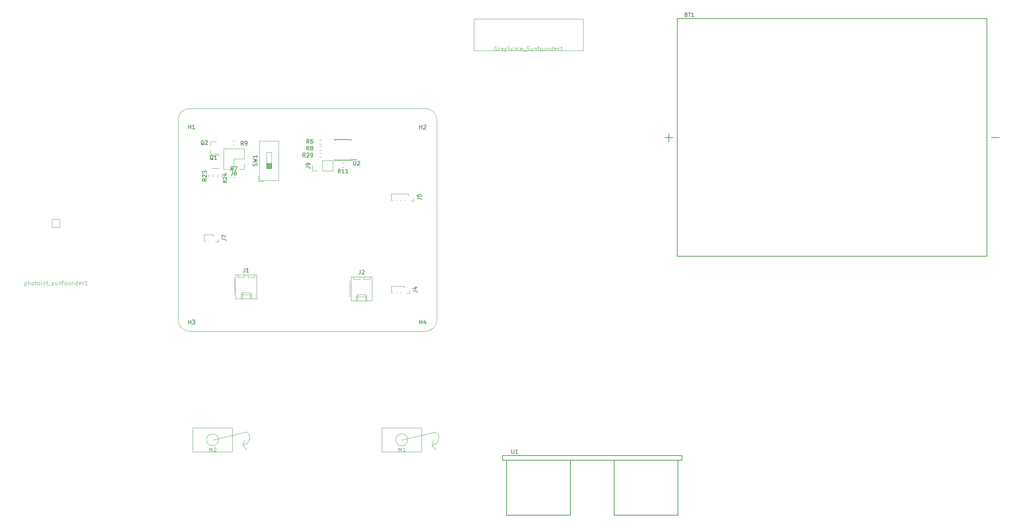
<source format=gbr>
G04 #@! TF.GenerationSoftware,KiCad,Pcbnew,9.0.4-9.0.4-0~ubuntu22.04.1*
G04 #@! TF.CreationDate,2025-09-06T14:27:53-05:00*
G04 #@! TF.ProjectId,Lab1_PCB,4c616231-5f50-4434-922e-6b696361645f,rev?*
G04 #@! TF.SameCoordinates,Original*
G04 #@! TF.FileFunction,Legend,Top*
G04 #@! TF.FilePolarity,Positive*
%FSLAX46Y46*%
G04 Gerber Fmt 4.6, Leading zero omitted, Abs format (unit mm)*
G04 Created by KiCad (PCBNEW 9.0.4-9.0.4-0~ubuntu22.04.1) date 2025-09-06 14:27:53*
%MOMM*%
%LPD*%
G01*
G04 APERTURE LIST*
%ADD10C,0.100000*%
%ADD11C,0.150000*%
%ADD12C,0.130000*%
%ADD13C,0.127000*%
%ADD14C,0.120000*%
G04 #@! TA.AperFunction,Profile*
%ADD15C,0.100000*%
G04 #@! TD*
G04 APERTURE END LIST*
D10*
X19491320Y-101625407D02*
X19491320Y-102625407D01*
X19491320Y-101673026D02*
X19586558Y-101625407D01*
X19586558Y-101625407D02*
X19777034Y-101625407D01*
X19777034Y-101625407D02*
X19872272Y-101673026D01*
X19872272Y-101673026D02*
X19919891Y-101720645D01*
X19919891Y-101720645D02*
X19967510Y-101815883D01*
X19967510Y-101815883D02*
X19967510Y-102101597D01*
X19967510Y-102101597D02*
X19919891Y-102196835D01*
X19919891Y-102196835D02*
X19872272Y-102244455D01*
X19872272Y-102244455D02*
X19777034Y-102292074D01*
X19777034Y-102292074D02*
X19586558Y-102292074D01*
X19586558Y-102292074D02*
X19491320Y-102244455D01*
X20396082Y-102292074D02*
X20396082Y-101292074D01*
X20824653Y-102292074D02*
X20824653Y-101768264D01*
X20824653Y-101768264D02*
X20777034Y-101673026D01*
X20777034Y-101673026D02*
X20681796Y-101625407D01*
X20681796Y-101625407D02*
X20538939Y-101625407D01*
X20538939Y-101625407D02*
X20443701Y-101673026D01*
X20443701Y-101673026D02*
X20396082Y-101720645D01*
X21443701Y-102292074D02*
X21348463Y-102244455D01*
X21348463Y-102244455D02*
X21300844Y-102196835D01*
X21300844Y-102196835D02*
X21253225Y-102101597D01*
X21253225Y-102101597D02*
X21253225Y-101815883D01*
X21253225Y-101815883D02*
X21300844Y-101720645D01*
X21300844Y-101720645D02*
X21348463Y-101673026D01*
X21348463Y-101673026D02*
X21443701Y-101625407D01*
X21443701Y-101625407D02*
X21586558Y-101625407D01*
X21586558Y-101625407D02*
X21681796Y-101673026D01*
X21681796Y-101673026D02*
X21729415Y-101720645D01*
X21729415Y-101720645D02*
X21777034Y-101815883D01*
X21777034Y-101815883D02*
X21777034Y-102101597D01*
X21777034Y-102101597D02*
X21729415Y-102196835D01*
X21729415Y-102196835D02*
X21681796Y-102244455D01*
X21681796Y-102244455D02*
X21586558Y-102292074D01*
X21586558Y-102292074D02*
X21443701Y-102292074D01*
X22062749Y-101625407D02*
X22443701Y-101625407D01*
X22205606Y-101292074D02*
X22205606Y-102149216D01*
X22205606Y-102149216D02*
X22253225Y-102244455D01*
X22253225Y-102244455D02*
X22348463Y-102292074D01*
X22348463Y-102292074D02*
X22443701Y-102292074D01*
X22919892Y-102292074D02*
X22824654Y-102244455D01*
X22824654Y-102244455D02*
X22777035Y-102196835D01*
X22777035Y-102196835D02*
X22729416Y-102101597D01*
X22729416Y-102101597D02*
X22729416Y-101815883D01*
X22729416Y-101815883D02*
X22777035Y-101720645D01*
X22777035Y-101720645D02*
X22824654Y-101673026D01*
X22824654Y-101673026D02*
X22919892Y-101625407D01*
X22919892Y-101625407D02*
X23062749Y-101625407D01*
X23062749Y-101625407D02*
X23157987Y-101673026D01*
X23157987Y-101673026D02*
X23205606Y-101720645D01*
X23205606Y-101720645D02*
X23253225Y-101815883D01*
X23253225Y-101815883D02*
X23253225Y-102101597D01*
X23253225Y-102101597D02*
X23205606Y-102196835D01*
X23205606Y-102196835D02*
X23157987Y-102244455D01*
X23157987Y-102244455D02*
X23062749Y-102292074D01*
X23062749Y-102292074D02*
X22919892Y-102292074D01*
X23681797Y-102292074D02*
X23681797Y-101625407D01*
X23681797Y-101292074D02*
X23634178Y-101339693D01*
X23634178Y-101339693D02*
X23681797Y-101387312D01*
X23681797Y-101387312D02*
X23729416Y-101339693D01*
X23729416Y-101339693D02*
X23681797Y-101292074D01*
X23681797Y-101292074D02*
X23681797Y-101387312D01*
X24157987Y-101625407D02*
X24157987Y-102292074D01*
X24157987Y-101720645D02*
X24205606Y-101673026D01*
X24205606Y-101673026D02*
X24300844Y-101625407D01*
X24300844Y-101625407D02*
X24443701Y-101625407D01*
X24443701Y-101625407D02*
X24538939Y-101673026D01*
X24538939Y-101673026D02*
X24586558Y-101768264D01*
X24586558Y-101768264D02*
X24586558Y-102292074D01*
X24919892Y-101625407D02*
X25300844Y-101625407D01*
X25062749Y-101292074D02*
X25062749Y-102149216D01*
X25062749Y-102149216D02*
X25110368Y-102244455D01*
X25110368Y-102244455D02*
X25205606Y-102292074D01*
X25205606Y-102292074D02*
X25300844Y-102292074D01*
X25396083Y-102387312D02*
X26157987Y-102387312D01*
X26348464Y-102244455D02*
X26443702Y-102292074D01*
X26443702Y-102292074D02*
X26634178Y-102292074D01*
X26634178Y-102292074D02*
X26729416Y-102244455D01*
X26729416Y-102244455D02*
X26777035Y-102149216D01*
X26777035Y-102149216D02*
X26777035Y-102101597D01*
X26777035Y-102101597D02*
X26729416Y-102006359D01*
X26729416Y-102006359D02*
X26634178Y-101958740D01*
X26634178Y-101958740D02*
X26491321Y-101958740D01*
X26491321Y-101958740D02*
X26396083Y-101911121D01*
X26396083Y-101911121D02*
X26348464Y-101815883D01*
X26348464Y-101815883D02*
X26348464Y-101768264D01*
X26348464Y-101768264D02*
X26396083Y-101673026D01*
X26396083Y-101673026D02*
X26491321Y-101625407D01*
X26491321Y-101625407D02*
X26634178Y-101625407D01*
X26634178Y-101625407D02*
X26729416Y-101673026D01*
X27634178Y-101625407D02*
X27634178Y-102292074D01*
X27205607Y-101625407D02*
X27205607Y-102149216D01*
X27205607Y-102149216D02*
X27253226Y-102244455D01*
X27253226Y-102244455D02*
X27348464Y-102292074D01*
X27348464Y-102292074D02*
X27491321Y-102292074D01*
X27491321Y-102292074D02*
X27586559Y-102244455D01*
X27586559Y-102244455D02*
X27634178Y-102196835D01*
X28110369Y-101625407D02*
X28110369Y-102292074D01*
X28110369Y-101720645D02*
X28157988Y-101673026D01*
X28157988Y-101673026D02*
X28253226Y-101625407D01*
X28253226Y-101625407D02*
X28396083Y-101625407D01*
X28396083Y-101625407D02*
X28491321Y-101673026D01*
X28491321Y-101673026D02*
X28538940Y-101768264D01*
X28538940Y-101768264D02*
X28538940Y-102292074D01*
X28872274Y-101625407D02*
X29253226Y-101625407D01*
X29015131Y-102292074D02*
X29015131Y-101434931D01*
X29015131Y-101434931D02*
X29062750Y-101339693D01*
X29062750Y-101339693D02*
X29157988Y-101292074D01*
X29157988Y-101292074D02*
X29253226Y-101292074D01*
X29729417Y-102292074D02*
X29634179Y-102244455D01*
X29634179Y-102244455D02*
X29586560Y-102196835D01*
X29586560Y-102196835D02*
X29538941Y-102101597D01*
X29538941Y-102101597D02*
X29538941Y-101815883D01*
X29538941Y-101815883D02*
X29586560Y-101720645D01*
X29586560Y-101720645D02*
X29634179Y-101673026D01*
X29634179Y-101673026D02*
X29729417Y-101625407D01*
X29729417Y-101625407D02*
X29872274Y-101625407D01*
X29872274Y-101625407D02*
X29967512Y-101673026D01*
X29967512Y-101673026D02*
X30015131Y-101720645D01*
X30015131Y-101720645D02*
X30062750Y-101815883D01*
X30062750Y-101815883D02*
X30062750Y-102101597D01*
X30062750Y-102101597D02*
X30015131Y-102196835D01*
X30015131Y-102196835D02*
X29967512Y-102244455D01*
X29967512Y-102244455D02*
X29872274Y-102292074D01*
X29872274Y-102292074D02*
X29729417Y-102292074D01*
X30919893Y-101625407D02*
X30919893Y-102292074D01*
X30491322Y-101625407D02*
X30491322Y-102149216D01*
X30491322Y-102149216D02*
X30538941Y-102244455D01*
X30538941Y-102244455D02*
X30634179Y-102292074D01*
X30634179Y-102292074D02*
X30777036Y-102292074D01*
X30777036Y-102292074D02*
X30872274Y-102244455D01*
X30872274Y-102244455D02*
X30919893Y-102196835D01*
X31396084Y-101625407D02*
X31396084Y-102292074D01*
X31396084Y-101720645D02*
X31443703Y-101673026D01*
X31443703Y-101673026D02*
X31538941Y-101625407D01*
X31538941Y-101625407D02*
X31681798Y-101625407D01*
X31681798Y-101625407D02*
X31777036Y-101673026D01*
X31777036Y-101673026D02*
X31824655Y-101768264D01*
X31824655Y-101768264D02*
X31824655Y-102292074D01*
X32729417Y-102292074D02*
X32729417Y-101292074D01*
X32729417Y-102244455D02*
X32634179Y-102292074D01*
X32634179Y-102292074D02*
X32443703Y-102292074D01*
X32443703Y-102292074D02*
X32348465Y-102244455D01*
X32348465Y-102244455D02*
X32300846Y-102196835D01*
X32300846Y-102196835D02*
X32253227Y-102101597D01*
X32253227Y-102101597D02*
X32253227Y-101815883D01*
X32253227Y-101815883D02*
X32300846Y-101720645D01*
X32300846Y-101720645D02*
X32348465Y-101673026D01*
X32348465Y-101673026D02*
X32443703Y-101625407D01*
X32443703Y-101625407D02*
X32634179Y-101625407D01*
X32634179Y-101625407D02*
X32729417Y-101673026D01*
X33586560Y-102244455D02*
X33491322Y-102292074D01*
X33491322Y-102292074D02*
X33300846Y-102292074D01*
X33300846Y-102292074D02*
X33205608Y-102244455D01*
X33205608Y-102244455D02*
X33157989Y-102149216D01*
X33157989Y-102149216D02*
X33157989Y-101768264D01*
X33157989Y-101768264D02*
X33205608Y-101673026D01*
X33205608Y-101673026D02*
X33300846Y-101625407D01*
X33300846Y-101625407D02*
X33491322Y-101625407D01*
X33491322Y-101625407D02*
X33586560Y-101673026D01*
X33586560Y-101673026D02*
X33634179Y-101768264D01*
X33634179Y-101768264D02*
X33634179Y-101863502D01*
X33634179Y-101863502D02*
X33157989Y-101958740D01*
X34062751Y-102292074D02*
X34062751Y-101625407D01*
X34062751Y-101815883D02*
X34110370Y-101720645D01*
X34110370Y-101720645D02*
X34157989Y-101673026D01*
X34157989Y-101673026D02*
X34253227Y-101625407D01*
X34253227Y-101625407D02*
X34348465Y-101625407D01*
X35205608Y-102292074D02*
X34634180Y-102292074D01*
X34919894Y-102292074D02*
X34919894Y-101292074D01*
X34919894Y-101292074D02*
X34824656Y-101434931D01*
X34824656Y-101434931D02*
X34729418Y-101530169D01*
X34729418Y-101530169D02*
X34634180Y-101577788D01*
X137999998Y-42505038D02*
X137904760Y-42457419D01*
X137904760Y-42457419D02*
X137761903Y-42457419D01*
X137761903Y-42457419D02*
X137619046Y-42505038D01*
X137619046Y-42505038D02*
X137523808Y-42600276D01*
X137523808Y-42600276D02*
X137476189Y-42695514D01*
X137476189Y-42695514D02*
X137428570Y-42885990D01*
X137428570Y-42885990D02*
X137428570Y-43028847D01*
X137428570Y-43028847D02*
X137476189Y-43219323D01*
X137476189Y-43219323D02*
X137523808Y-43314561D01*
X137523808Y-43314561D02*
X137619046Y-43409800D01*
X137619046Y-43409800D02*
X137761903Y-43457419D01*
X137761903Y-43457419D02*
X137857141Y-43457419D01*
X137857141Y-43457419D02*
X137999998Y-43409800D01*
X137999998Y-43409800D02*
X138047617Y-43362180D01*
X138047617Y-43362180D02*
X138047617Y-43028847D01*
X138047617Y-43028847D02*
X137857141Y-43028847D01*
X138476189Y-43457419D02*
X138476189Y-42790752D01*
X138476189Y-42981228D02*
X138523808Y-42885990D01*
X138523808Y-42885990D02*
X138571427Y-42838371D01*
X138571427Y-42838371D02*
X138666665Y-42790752D01*
X138666665Y-42790752D02*
X138761903Y-42790752D01*
X139523808Y-43457419D02*
X139523808Y-42933609D01*
X139523808Y-42933609D02*
X139476189Y-42838371D01*
X139476189Y-42838371D02*
X139380951Y-42790752D01*
X139380951Y-42790752D02*
X139190475Y-42790752D01*
X139190475Y-42790752D02*
X139095237Y-42838371D01*
X139523808Y-43409800D02*
X139428570Y-43457419D01*
X139428570Y-43457419D02*
X139190475Y-43457419D01*
X139190475Y-43457419D02*
X139095237Y-43409800D01*
X139095237Y-43409800D02*
X139047618Y-43314561D01*
X139047618Y-43314561D02*
X139047618Y-43219323D01*
X139047618Y-43219323D02*
X139095237Y-43124085D01*
X139095237Y-43124085D02*
X139190475Y-43076466D01*
X139190475Y-43076466D02*
X139428570Y-43076466D01*
X139428570Y-43076466D02*
X139523808Y-43028847D01*
X139904761Y-42790752D02*
X140142856Y-43457419D01*
X140380951Y-42790752D02*
X140142856Y-43457419D01*
X140142856Y-43457419D02*
X140047618Y-43695514D01*
X140047618Y-43695514D02*
X139999999Y-43743133D01*
X139999999Y-43743133D02*
X139904761Y-43790752D01*
X140714285Y-43409800D02*
X140857142Y-43457419D01*
X140857142Y-43457419D02*
X141095237Y-43457419D01*
X141095237Y-43457419D02*
X141190475Y-43409800D01*
X141190475Y-43409800D02*
X141238094Y-43362180D01*
X141238094Y-43362180D02*
X141285713Y-43266942D01*
X141285713Y-43266942D02*
X141285713Y-43171704D01*
X141285713Y-43171704D02*
X141238094Y-43076466D01*
X141238094Y-43076466D02*
X141190475Y-43028847D01*
X141190475Y-43028847D02*
X141095237Y-42981228D01*
X141095237Y-42981228D02*
X140904761Y-42933609D01*
X140904761Y-42933609D02*
X140809523Y-42885990D01*
X140809523Y-42885990D02*
X140761904Y-42838371D01*
X140761904Y-42838371D02*
X140714285Y-42743133D01*
X140714285Y-42743133D02*
X140714285Y-42647895D01*
X140714285Y-42647895D02*
X140761904Y-42552657D01*
X140761904Y-42552657D02*
X140809523Y-42505038D01*
X140809523Y-42505038D02*
X140904761Y-42457419D01*
X140904761Y-42457419D02*
X141142856Y-42457419D01*
X141142856Y-42457419D02*
X141285713Y-42505038D01*
X142142856Y-43409800D02*
X142047618Y-43457419D01*
X142047618Y-43457419D02*
X141857142Y-43457419D01*
X141857142Y-43457419D02*
X141761904Y-43409800D01*
X141761904Y-43409800D02*
X141714285Y-43362180D01*
X141714285Y-43362180D02*
X141666666Y-43266942D01*
X141666666Y-43266942D02*
X141666666Y-42981228D01*
X141666666Y-42981228D02*
X141714285Y-42885990D01*
X141714285Y-42885990D02*
X141761904Y-42838371D01*
X141761904Y-42838371D02*
X141857142Y-42790752D01*
X141857142Y-42790752D02*
X142047618Y-42790752D01*
X142047618Y-42790752D02*
X142142856Y-42838371D01*
X142999999Y-43457419D02*
X142999999Y-42933609D01*
X142999999Y-42933609D02*
X142952380Y-42838371D01*
X142952380Y-42838371D02*
X142857142Y-42790752D01*
X142857142Y-42790752D02*
X142666666Y-42790752D01*
X142666666Y-42790752D02*
X142571428Y-42838371D01*
X142999999Y-43409800D02*
X142904761Y-43457419D01*
X142904761Y-43457419D02*
X142666666Y-43457419D01*
X142666666Y-43457419D02*
X142571428Y-43409800D01*
X142571428Y-43409800D02*
X142523809Y-43314561D01*
X142523809Y-43314561D02*
X142523809Y-43219323D01*
X142523809Y-43219323D02*
X142571428Y-43124085D01*
X142571428Y-43124085D02*
X142666666Y-43076466D01*
X142666666Y-43076466D02*
X142904761Y-43076466D01*
X142904761Y-43076466D02*
X142999999Y-43028847D01*
X143619047Y-43457419D02*
X143523809Y-43409800D01*
X143523809Y-43409800D02*
X143476190Y-43314561D01*
X143476190Y-43314561D02*
X143476190Y-42457419D01*
X144380952Y-43409800D02*
X144285714Y-43457419D01*
X144285714Y-43457419D02*
X144095238Y-43457419D01*
X144095238Y-43457419D02*
X144000000Y-43409800D01*
X144000000Y-43409800D02*
X143952381Y-43314561D01*
X143952381Y-43314561D02*
X143952381Y-42933609D01*
X143952381Y-42933609D02*
X144000000Y-42838371D01*
X144000000Y-42838371D02*
X144095238Y-42790752D01*
X144095238Y-42790752D02*
X144285714Y-42790752D01*
X144285714Y-42790752D02*
X144380952Y-42838371D01*
X144380952Y-42838371D02*
X144428571Y-42933609D01*
X144428571Y-42933609D02*
X144428571Y-43028847D01*
X144428571Y-43028847D02*
X143952381Y-43124085D01*
X144619048Y-43552657D02*
X145380952Y-43552657D01*
X145571429Y-43409800D02*
X145714286Y-43457419D01*
X145714286Y-43457419D02*
X145952381Y-43457419D01*
X145952381Y-43457419D02*
X146047619Y-43409800D01*
X146047619Y-43409800D02*
X146095238Y-43362180D01*
X146095238Y-43362180D02*
X146142857Y-43266942D01*
X146142857Y-43266942D02*
X146142857Y-43171704D01*
X146142857Y-43171704D02*
X146095238Y-43076466D01*
X146095238Y-43076466D02*
X146047619Y-43028847D01*
X146047619Y-43028847D02*
X145952381Y-42981228D01*
X145952381Y-42981228D02*
X145761905Y-42933609D01*
X145761905Y-42933609D02*
X145666667Y-42885990D01*
X145666667Y-42885990D02*
X145619048Y-42838371D01*
X145619048Y-42838371D02*
X145571429Y-42743133D01*
X145571429Y-42743133D02*
X145571429Y-42647895D01*
X145571429Y-42647895D02*
X145619048Y-42552657D01*
X145619048Y-42552657D02*
X145666667Y-42505038D01*
X145666667Y-42505038D02*
X145761905Y-42457419D01*
X145761905Y-42457419D02*
X146000000Y-42457419D01*
X146000000Y-42457419D02*
X146142857Y-42505038D01*
X147000000Y-42790752D02*
X147000000Y-43457419D01*
X146571429Y-42790752D02*
X146571429Y-43314561D01*
X146571429Y-43314561D02*
X146619048Y-43409800D01*
X146619048Y-43409800D02*
X146714286Y-43457419D01*
X146714286Y-43457419D02*
X146857143Y-43457419D01*
X146857143Y-43457419D02*
X146952381Y-43409800D01*
X146952381Y-43409800D02*
X147000000Y-43362180D01*
X147476191Y-42790752D02*
X147476191Y-43457419D01*
X147476191Y-42885990D02*
X147523810Y-42838371D01*
X147523810Y-42838371D02*
X147619048Y-42790752D01*
X147619048Y-42790752D02*
X147761905Y-42790752D01*
X147761905Y-42790752D02*
X147857143Y-42838371D01*
X147857143Y-42838371D02*
X147904762Y-42933609D01*
X147904762Y-42933609D02*
X147904762Y-43457419D01*
X148238096Y-42790752D02*
X148619048Y-42790752D01*
X148380953Y-43457419D02*
X148380953Y-42600276D01*
X148380953Y-42600276D02*
X148428572Y-42505038D01*
X148428572Y-42505038D02*
X148523810Y-42457419D01*
X148523810Y-42457419D02*
X148619048Y-42457419D01*
X149095239Y-43457419D02*
X149000001Y-43409800D01*
X149000001Y-43409800D02*
X148952382Y-43362180D01*
X148952382Y-43362180D02*
X148904763Y-43266942D01*
X148904763Y-43266942D02*
X148904763Y-42981228D01*
X148904763Y-42981228D02*
X148952382Y-42885990D01*
X148952382Y-42885990D02*
X149000001Y-42838371D01*
X149000001Y-42838371D02*
X149095239Y-42790752D01*
X149095239Y-42790752D02*
X149238096Y-42790752D01*
X149238096Y-42790752D02*
X149333334Y-42838371D01*
X149333334Y-42838371D02*
X149380953Y-42885990D01*
X149380953Y-42885990D02*
X149428572Y-42981228D01*
X149428572Y-42981228D02*
X149428572Y-43266942D01*
X149428572Y-43266942D02*
X149380953Y-43362180D01*
X149380953Y-43362180D02*
X149333334Y-43409800D01*
X149333334Y-43409800D02*
X149238096Y-43457419D01*
X149238096Y-43457419D02*
X149095239Y-43457419D01*
X150285715Y-42790752D02*
X150285715Y-43457419D01*
X149857144Y-42790752D02*
X149857144Y-43314561D01*
X149857144Y-43314561D02*
X149904763Y-43409800D01*
X149904763Y-43409800D02*
X150000001Y-43457419D01*
X150000001Y-43457419D02*
X150142858Y-43457419D01*
X150142858Y-43457419D02*
X150238096Y-43409800D01*
X150238096Y-43409800D02*
X150285715Y-43362180D01*
X150761906Y-42790752D02*
X150761906Y-43457419D01*
X150761906Y-42885990D02*
X150809525Y-42838371D01*
X150809525Y-42838371D02*
X150904763Y-42790752D01*
X150904763Y-42790752D02*
X151047620Y-42790752D01*
X151047620Y-42790752D02*
X151142858Y-42838371D01*
X151142858Y-42838371D02*
X151190477Y-42933609D01*
X151190477Y-42933609D02*
X151190477Y-43457419D01*
X152095239Y-43457419D02*
X152095239Y-42457419D01*
X152095239Y-43409800D02*
X152000001Y-43457419D01*
X152000001Y-43457419D02*
X151809525Y-43457419D01*
X151809525Y-43457419D02*
X151714287Y-43409800D01*
X151714287Y-43409800D02*
X151666668Y-43362180D01*
X151666668Y-43362180D02*
X151619049Y-43266942D01*
X151619049Y-43266942D02*
X151619049Y-42981228D01*
X151619049Y-42981228D02*
X151666668Y-42885990D01*
X151666668Y-42885990D02*
X151714287Y-42838371D01*
X151714287Y-42838371D02*
X151809525Y-42790752D01*
X151809525Y-42790752D02*
X152000001Y-42790752D01*
X152000001Y-42790752D02*
X152095239Y-42838371D01*
X152952382Y-43409800D02*
X152857144Y-43457419D01*
X152857144Y-43457419D02*
X152666668Y-43457419D01*
X152666668Y-43457419D02*
X152571430Y-43409800D01*
X152571430Y-43409800D02*
X152523811Y-43314561D01*
X152523811Y-43314561D02*
X152523811Y-42933609D01*
X152523811Y-42933609D02*
X152571430Y-42838371D01*
X152571430Y-42838371D02*
X152666668Y-42790752D01*
X152666668Y-42790752D02*
X152857144Y-42790752D01*
X152857144Y-42790752D02*
X152952382Y-42838371D01*
X152952382Y-42838371D02*
X153000001Y-42933609D01*
X153000001Y-42933609D02*
X153000001Y-43028847D01*
X153000001Y-43028847D02*
X152523811Y-43124085D01*
X153428573Y-43457419D02*
X153428573Y-42790752D01*
X153428573Y-42981228D02*
X153476192Y-42885990D01*
X153476192Y-42885990D02*
X153523811Y-42838371D01*
X153523811Y-42838371D02*
X153619049Y-42790752D01*
X153619049Y-42790752D02*
X153714287Y-42790752D01*
X154571430Y-43457419D02*
X154000002Y-43457419D01*
X154285716Y-43457419D02*
X154285716Y-42457419D01*
X154285716Y-42457419D02*
X154190478Y-42600276D01*
X154190478Y-42600276D02*
X154095240Y-42695514D01*
X154095240Y-42695514D02*
X154000002Y-42743133D01*
D11*
X141752649Y-143646249D02*
X141752649Y-144456194D01*
X141752649Y-144456194D02*
X141800292Y-144551482D01*
X141800292Y-144551482D02*
X141847936Y-144599126D01*
X141847936Y-144599126D02*
X141943224Y-144646769D01*
X141943224Y-144646769D02*
X142133799Y-144646769D01*
X142133799Y-144646769D02*
X142229087Y-144599126D01*
X142229087Y-144599126D02*
X142276730Y-144551482D01*
X142276730Y-144551482D02*
X142324374Y-144456194D01*
X142324374Y-144456194D02*
X142324374Y-143646249D01*
X143324894Y-144646769D02*
X142753169Y-144646769D01*
X143039032Y-144646769D02*
X143039032Y-143646249D01*
X143039032Y-143646249D02*
X142943744Y-143789181D01*
X142943744Y-143789181D02*
X142848456Y-143884468D01*
X142848456Y-143884468D02*
X142753169Y-143932112D01*
X77811855Y-72432987D02*
X77859474Y-72290130D01*
X77859474Y-72290130D02*
X77859474Y-72052035D01*
X77859474Y-72052035D02*
X77811855Y-71956797D01*
X77811855Y-71956797D02*
X77764235Y-71909178D01*
X77764235Y-71909178D02*
X77668997Y-71861559D01*
X77668997Y-71861559D02*
X77573759Y-71861559D01*
X77573759Y-71861559D02*
X77478521Y-71909178D01*
X77478521Y-71909178D02*
X77430902Y-71956797D01*
X77430902Y-71956797D02*
X77383283Y-72052035D01*
X77383283Y-72052035D02*
X77335664Y-72242511D01*
X77335664Y-72242511D02*
X77288045Y-72337749D01*
X77288045Y-72337749D02*
X77240426Y-72385368D01*
X77240426Y-72385368D02*
X77145188Y-72432987D01*
X77145188Y-72432987D02*
X77049950Y-72432987D01*
X77049950Y-72432987D02*
X76954712Y-72385368D01*
X76954712Y-72385368D02*
X76907093Y-72337749D01*
X76907093Y-72337749D02*
X76859474Y-72242511D01*
X76859474Y-72242511D02*
X76859474Y-72004416D01*
X76859474Y-72004416D02*
X76907093Y-71861559D01*
X76859474Y-71528225D02*
X77859474Y-71290130D01*
X77859474Y-71290130D02*
X77145188Y-71099654D01*
X77145188Y-71099654D02*
X77859474Y-70909178D01*
X77859474Y-70909178D02*
X76859474Y-70671083D01*
X77859474Y-69766321D02*
X77859474Y-70337749D01*
X77859474Y-70052035D02*
X76859474Y-70052035D01*
X76859474Y-70052035D02*
X77002331Y-70147273D01*
X77002331Y-70147273D02*
X77097569Y-70242511D01*
X77097569Y-70242511D02*
X77145188Y-70337749D01*
X118029474Y-80622988D02*
X118743759Y-80622988D01*
X118743759Y-80622988D02*
X118886616Y-80670607D01*
X118886616Y-80670607D02*
X118981855Y-80765845D01*
X118981855Y-80765845D02*
X119029474Y-80908702D01*
X119029474Y-80908702D02*
X119029474Y-81003940D01*
X118029474Y-79670607D02*
X118029474Y-80146797D01*
X118029474Y-80146797D02*
X118505664Y-80194416D01*
X118505664Y-80194416D02*
X118458045Y-80146797D01*
X118458045Y-80146797D02*
X118410426Y-80051559D01*
X118410426Y-80051559D02*
X118410426Y-79813464D01*
X118410426Y-79813464D02*
X118458045Y-79718226D01*
X118458045Y-79718226D02*
X118505664Y-79670607D01*
X118505664Y-79670607D02*
X118600902Y-79622988D01*
X118600902Y-79622988D02*
X118838997Y-79622988D01*
X118838997Y-79622988D02*
X118934235Y-79670607D01*
X118934235Y-79670607D02*
X118981855Y-79718226D01*
X118981855Y-79718226D02*
X119029474Y-79813464D01*
X119029474Y-79813464D02*
X119029474Y-80051559D01*
X119029474Y-80051559D02*
X118981855Y-80146797D01*
X118981855Y-80146797D02*
X118934235Y-80194416D01*
X118652750Y-112144474D02*
X118652750Y-111144474D01*
X118652750Y-111620664D02*
X119224178Y-111620664D01*
X119224178Y-112144474D02*
X119224178Y-111144474D01*
X120128940Y-111477807D02*
X120128940Y-112144474D01*
X119890845Y-111096855D02*
X119652750Y-111811140D01*
X119652750Y-111811140D02*
X120271797Y-111811140D01*
D10*
X113363743Y-144189574D02*
X113363743Y-143189574D01*
X113363743Y-143189574D02*
X113697076Y-143903859D01*
X113697076Y-143903859D02*
X114030409Y-143189574D01*
X114030409Y-143189574D02*
X114030409Y-144189574D01*
X115030409Y-144189574D02*
X114458981Y-144189574D01*
X114744695Y-144189574D02*
X114744695Y-143189574D01*
X114744695Y-143189574D02*
X114649457Y-143332431D01*
X114649457Y-143332431D02*
X114554219Y-143427669D01*
X114554219Y-143427669D02*
X114458981Y-143475288D01*
D11*
X71857988Y-73594474D02*
X71524655Y-73118283D01*
X71286560Y-73594474D02*
X71286560Y-72594474D01*
X71286560Y-72594474D02*
X71667512Y-72594474D01*
X71667512Y-72594474D02*
X71762750Y-72642093D01*
X71762750Y-72642093D02*
X71810369Y-72689712D01*
X71810369Y-72689712D02*
X71857988Y-72784950D01*
X71857988Y-72784950D02*
X71857988Y-72927807D01*
X71857988Y-72927807D02*
X71810369Y-73023045D01*
X71810369Y-73023045D02*
X71762750Y-73070664D01*
X71762750Y-73070664D02*
X71667512Y-73118283D01*
X71667512Y-73118283D02*
X71286560Y-73118283D01*
X72191322Y-72594474D02*
X72857988Y-72594474D01*
X72857988Y-72594474D02*
X72429417Y-73594474D01*
X74407988Y-67244474D02*
X74074655Y-66768283D01*
X73836560Y-67244474D02*
X73836560Y-66244474D01*
X73836560Y-66244474D02*
X74217512Y-66244474D01*
X74217512Y-66244474D02*
X74312750Y-66292093D01*
X74312750Y-66292093D02*
X74360369Y-66339712D01*
X74360369Y-66339712D02*
X74407988Y-66434950D01*
X74407988Y-66434950D02*
X74407988Y-66577807D01*
X74407988Y-66577807D02*
X74360369Y-66673045D01*
X74360369Y-66673045D02*
X74312750Y-66720664D01*
X74312750Y-66720664D02*
X74217512Y-66768283D01*
X74217512Y-66768283D02*
X73836560Y-66768283D01*
X74884179Y-67244474D02*
X75074655Y-67244474D01*
X75074655Y-67244474D02*
X75169893Y-67196855D01*
X75169893Y-67196855D02*
X75217512Y-67149235D01*
X75217512Y-67149235D02*
X75312750Y-67006378D01*
X75312750Y-67006378D02*
X75360369Y-66815902D01*
X75360369Y-66815902D02*
X75360369Y-66434950D01*
X75360369Y-66434950D02*
X75312750Y-66339712D01*
X75312750Y-66339712D02*
X75265131Y-66292093D01*
X75265131Y-66292093D02*
X75169893Y-66244474D01*
X75169893Y-66244474D02*
X74979417Y-66244474D01*
X74979417Y-66244474D02*
X74884179Y-66292093D01*
X74884179Y-66292093D02*
X74836560Y-66339712D01*
X74836560Y-66339712D02*
X74788941Y-66434950D01*
X74788941Y-66434950D02*
X74788941Y-66673045D01*
X74788941Y-66673045D02*
X74836560Y-66768283D01*
X74836560Y-66768283D02*
X74884179Y-66815902D01*
X74884179Y-66815902D02*
X74979417Y-66863521D01*
X74979417Y-66863521D02*
X75169893Y-66863521D01*
X75169893Y-66863521D02*
X75265131Y-66815902D01*
X75265131Y-66815902D02*
X75312750Y-66768283D01*
X75312750Y-66768283D02*
X75360369Y-66673045D01*
X102062750Y-71244474D02*
X102062750Y-72053997D01*
X102062750Y-72053997D02*
X102110369Y-72149235D01*
X102110369Y-72149235D02*
X102157988Y-72196855D01*
X102157988Y-72196855D02*
X102253226Y-72244474D01*
X102253226Y-72244474D02*
X102443702Y-72244474D01*
X102443702Y-72244474D02*
X102538940Y-72196855D01*
X102538940Y-72196855D02*
X102586559Y-72149235D01*
X102586559Y-72149235D02*
X102634178Y-72053997D01*
X102634178Y-72053997D02*
X102634178Y-71244474D01*
X103062750Y-71339712D02*
X103110369Y-71292093D01*
X103110369Y-71292093D02*
X103205607Y-71244474D01*
X103205607Y-71244474D02*
X103443702Y-71244474D01*
X103443702Y-71244474D02*
X103538940Y-71292093D01*
X103538940Y-71292093D02*
X103586559Y-71339712D01*
X103586559Y-71339712D02*
X103634178Y-71434950D01*
X103634178Y-71434950D02*
X103634178Y-71530188D01*
X103634178Y-71530188D02*
X103586559Y-71673045D01*
X103586559Y-71673045D02*
X103015131Y-72244474D01*
X103015131Y-72244474D02*
X103634178Y-72244474D01*
X90149474Y-72722988D02*
X90863759Y-72722988D01*
X90863759Y-72722988D02*
X91006616Y-72770607D01*
X91006616Y-72770607D02*
X91101855Y-72865845D01*
X91101855Y-72865845D02*
X91149474Y-73008702D01*
X91149474Y-73008702D02*
X91149474Y-73103940D01*
X91149474Y-72199178D02*
X91149474Y-72008702D01*
X91149474Y-72008702D02*
X91101855Y-71913464D01*
X91101855Y-71913464D02*
X91054235Y-71865845D01*
X91054235Y-71865845D02*
X90911378Y-71770607D01*
X90911378Y-71770607D02*
X90720902Y-71722988D01*
X90720902Y-71722988D02*
X90339950Y-71722988D01*
X90339950Y-71722988D02*
X90244712Y-71770607D01*
X90244712Y-71770607D02*
X90197093Y-71818226D01*
X90197093Y-71818226D02*
X90149474Y-71913464D01*
X90149474Y-71913464D02*
X90149474Y-72103940D01*
X90149474Y-72103940D02*
X90197093Y-72199178D01*
X90197093Y-72199178D02*
X90244712Y-72246797D01*
X90244712Y-72246797D02*
X90339950Y-72294416D01*
X90339950Y-72294416D02*
X90578045Y-72294416D01*
X90578045Y-72294416D02*
X90673283Y-72246797D01*
X90673283Y-72246797D02*
X90720902Y-72199178D01*
X90720902Y-72199178D02*
X90768521Y-72103940D01*
X90768521Y-72103940D02*
X90768521Y-71913464D01*
X90768521Y-71913464D02*
X90720902Y-71818226D01*
X90720902Y-71818226D02*
X90673283Y-71770607D01*
X90673283Y-71770607D02*
X90578045Y-71722988D01*
X60662750Y-112154474D02*
X60662750Y-111154474D01*
X60662750Y-111630664D02*
X61234178Y-111630664D01*
X61234178Y-112154474D02*
X61234178Y-111154474D01*
X61615131Y-111154474D02*
X62234178Y-111154474D01*
X62234178Y-111154474D02*
X61900845Y-111535426D01*
X61900845Y-111535426D02*
X62043702Y-111535426D01*
X62043702Y-111535426D02*
X62138940Y-111583045D01*
X62138940Y-111583045D02*
X62186559Y-111630664D01*
X62186559Y-111630664D02*
X62234178Y-111725902D01*
X62234178Y-111725902D02*
X62234178Y-111963997D01*
X62234178Y-111963997D02*
X62186559Y-112059235D01*
X62186559Y-112059235D02*
X62138940Y-112106855D01*
X62138940Y-112106855D02*
X62043702Y-112154474D01*
X62043702Y-112154474D02*
X61757988Y-112154474D01*
X61757988Y-112154474D02*
X61662750Y-112106855D01*
X61662750Y-112106855D02*
X61615131Y-112059235D01*
X71701321Y-73734474D02*
X71701321Y-74448759D01*
X71701321Y-74448759D02*
X71653702Y-74591616D01*
X71653702Y-74591616D02*
X71558464Y-74686855D01*
X71558464Y-74686855D02*
X71415607Y-74734474D01*
X71415607Y-74734474D02*
X71320369Y-74734474D01*
X72606083Y-73734474D02*
X72415607Y-73734474D01*
X72415607Y-73734474D02*
X72320369Y-73782093D01*
X72320369Y-73782093D02*
X72272750Y-73829712D01*
X72272750Y-73829712D02*
X72177512Y-73972569D01*
X72177512Y-73972569D02*
X72129893Y-74163045D01*
X72129893Y-74163045D02*
X72129893Y-74543997D01*
X72129893Y-74543997D02*
X72177512Y-74639235D01*
X72177512Y-74639235D02*
X72225131Y-74686855D01*
X72225131Y-74686855D02*
X72320369Y-74734474D01*
X72320369Y-74734474D02*
X72510845Y-74734474D01*
X72510845Y-74734474D02*
X72606083Y-74686855D01*
X72606083Y-74686855D02*
X72653702Y-74639235D01*
X72653702Y-74639235D02*
X72701321Y-74543997D01*
X72701321Y-74543997D02*
X72701321Y-74305902D01*
X72701321Y-74305902D02*
X72653702Y-74210664D01*
X72653702Y-74210664D02*
X72606083Y-74163045D01*
X72606083Y-74163045D02*
X72510845Y-74115426D01*
X72510845Y-74115426D02*
X72320369Y-74115426D01*
X72320369Y-74115426D02*
X72225131Y-74163045D01*
X72225131Y-74163045D02*
X72177512Y-74210664D01*
X72177512Y-74210664D02*
X72129893Y-74305902D01*
X90907988Y-66744474D02*
X90574655Y-66268283D01*
X90336560Y-66744474D02*
X90336560Y-65744474D01*
X90336560Y-65744474D02*
X90717512Y-65744474D01*
X90717512Y-65744474D02*
X90812750Y-65792093D01*
X90812750Y-65792093D02*
X90860369Y-65839712D01*
X90860369Y-65839712D02*
X90907988Y-65934950D01*
X90907988Y-65934950D02*
X90907988Y-66077807D01*
X90907988Y-66077807D02*
X90860369Y-66173045D01*
X90860369Y-66173045D02*
X90812750Y-66220664D01*
X90812750Y-66220664D02*
X90717512Y-66268283D01*
X90717512Y-66268283D02*
X90336560Y-66268283D01*
X91765131Y-65744474D02*
X91574655Y-65744474D01*
X91574655Y-65744474D02*
X91479417Y-65792093D01*
X91479417Y-65792093D02*
X91431798Y-65839712D01*
X91431798Y-65839712D02*
X91336560Y-65982569D01*
X91336560Y-65982569D02*
X91288941Y-66173045D01*
X91288941Y-66173045D02*
X91288941Y-66553997D01*
X91288941Y-66553997D02*
X91336560Y-66649235D01*
X91336560Y-66649235D02*
X91384179Y-66696855D01*
X91384179Y-66696855D02*
X91479417Y-66744474D01*
X91479417Y-66744474D02*
X91669893Y-66744474D01*
X91669893Y-66744474D02*
X91765131Y-66696855D01*
X91765131Y-66696855D02*
X91812750Y-66649235D01*
X91812750Y-66649235D02*
X91860369Y-66553997D01*
X91860369Y-66553997D02*
X91860369Y-66315902D01*
X91860369Y-66315902D02*
X91812750Y-66220664D01*
X91812750Y-66220664D02*
X91765131Y-66173045D01*
X91765131Y-66173045D02*
X91669893Y-66125426D01*
X91669893Y-66125426D02*
X91479417Y-66125426D01*
X91479417Y-66125426D02*
X91384179Y-66173045D01*
X91384179Y-66173045D02*
X91336560Y-66220664D01*
X91336560Y-66220664D02*
X91288941Y-66315902D01*
X60662750Y-63144474D02*
X60662750Y-62144474D01*
X60662750Y-62620664D02*
X61234178Y-62620664D01*
X61234178Y-63144474D02*
X61234178Y-62144474D01*
X62234178Y-63144474D02*
X61662750Y-63144474D01*
X61948464Y-63144474D02*
X61948464Y-62144474D01*
X61948464Y-62144474D02*
X61853226Y-62287331D01*
X61853226Y-62287331D02*
X61757988Y-62382569D01*
X61757988Y-62382569D02*
X61662750Y-62430188D01*
X98781797Y-74244474D02*
X98448464Y-73768283D01*
X98210369Y-74244474D02*
X98210369Y-73244474D01*
X98210369Y-73244474D02*
X98591321Y-73244474D01*
X98591321Y-73244474D02*
X98686559Y-73292093D01*
X98686559Y-73292093D02*
X98734178Y-73339712D01*
X98734178Y-73339712D02*
X98781797Y-73434950D01*
X98781797Y-73434950D02*
X98781797Y-73577807D01*
X98781797Y-73577807D02*
X98734178Y-73673045D01*
X98734178Y-73673045D02*
X98686559Y-73720664D01*
X98686559Y-73720664D02*
X98591321Y-73768283D01*
X98591321Y-73768283D02*
X98210369Y-73768283D01*
X99734178Y-74244474D02*
X99162750Y-74244474D01*
X99448464Y-74244474D02*
X99448464Y-73244474D01*
X99448464Y-73244474D02*
X99353226Y-73387331D01*
X99353226Y-73387331D02*
X99257988Y-73482569D01*
X99257988Y-73482569D02*
X99162750Y-73530188D01*
X100686559Y-74244474D02*
X100115131Y-74244474D01*
X100400845Y-74244474D02*
X100400845Y-73244474D01*
X100400845Y-73244474D02*
X100305607Y-73387331D01*
X100305607Y-73387331D02*
X100210369Y-73482569D01*
X100210369Y-73482569D02*
X100115131Y-73530188D01*
X89931797Y-70244474D02*
X89598464Y-69768283D01*
X89360369Y-70244474D02*
X89360369Y-69244474D01*
X89360369Y-69244474D02*
X89741321Y-69244474D01*
X89741321Y-69244474D02*
X89836559Y-69292093D01*
X89836559Y-69292093D02*
X89884178Y-69339712D01*
X89884178Y-69339712D02*
X89931797Y-69434950D01*
X89931797Y-69434950D02*
X89931797Y-69577807D01*
X89931797Y-69577807D02*
X89884178Y-69673045D01*
X89884178Y-69673045D02*
X89836559Y-69720664D01*
X89836559Y-69720664D02*
X89741321Y-69768283D01*
X89741321Y-69768283D02*
X89360369Y-69768283D01*
X90312750Y-69339712D02*
X90360369Y-69292093D01*
X90360369Y-69292093D02*
X90455607Y-69244474D01*
X90455607Y-69244474D02*
X90693702Y-69244474D01*
X90693702Y-69244474D02*
X90788940Y-69292093D01*
X90788940Y-69292093D02*
X90836559Y-69339712D01*
X90836559Y-69339712D02*
X90884178Y-69434950D01*
X90884178Y-69434950D02*
X90884178Y-69530188D01*
X90884178Y-69530188D02*
X90836559Y-69673045D01*
X90836559Y-69673045D02*
X90265131Y-70244474D01*
X90265131Y-70244474D02*
X90884178Y-70244474D01*
X91360369Y-70244474D02*
X91550845Y-70244474D01*
X91550845Y-70244474D02*
X91646083Y-70196855D01*
X91646083Y-70196855D02*
X91693702Y-70149235D01*
X91693702Y-70149235D02*
X91788940Y-70006378D01*
X91788940Y-70006378D02*
X91836559Y-69815902D01*
X91836559Y-69815902D02*
X91836559Y-69434950D01*
X91836559Y-69434950D02*
X91788940Y-69339712D01*
X91788940Y-69339712D02*
X91741321Y-69292093D01*
X91741321Y-69292093D02*
X91646083Y-69244474D01*
X91646083Y-69244474D02*
X91455607Y-69244474D01*
X91455607Y-69244474D02*
X91360369Y-69292093D01*
X91360369Y-69292093D02*
X91312750Y-69339712D01*
X91312750Y-69339712D02*
X91265131Y-69434950D01*
X91265131Y-69434950D02*
X91265131Y-69673045D01*
X91265131Y-69673045D02*
X91312750Y-69768283D01*
X91312750Y-69768283D02*
X91360369Y-69815902D01*
X91360369Y-69815902D02*
X91455607Y-69863521D01*
X91455607Y-69863521D02*
X91646083Y-69863521D01*
X91646083Y-69863521D02*
X91741321Y-69815902D01*
X91741321Y-69815902D02*
X91788940Y-69768283D01*
X91788940Y-69768283D02*
X91836559Y-69673045D01*
X65123474Y-75640512D02*
X64647283Y-75973845D01*
X65123474Y-76211940D02*
X64123474Y-76211940D01*
X64123474Y-76211940D02*
X64123474Y-75830988D01*
X64123474Y-75830988D02*
X64171093Y-75735750D01*
X64171093Y-75735750D02*
X64218712Y-75688131D01*
X64218712Y-75688131D02*
X64313950Y-75640512D01*
X64313950Y-75640512D02*
X64456807Y-75640512D01*
X64456807Y-75640512D02*
X64552045Y-75688131D01*
X64552045Y-75688131D02*
X64599664Y-75735750D01*
X64599664Y-75735750D02*
X64647283Y-75830988D01*
X64647283Y-75830988D02*
X64647283Y-76211940D01*
X64218712Y-75259559D02*
X64171093Y-75211940D01*
X64171093Y-75211940D02*
X64123474Y-75116702D01*
X64123474Y-75116702D02*
X64123474Y-74878607D01*
X64123474Y-74878607D02*
X64171093Y-74783369D01*
X64171093Y-74783369D02*
X64218712Y-74735750D01*
X64218712Y-74735750D02*
X64313950Y-74688131D01*
X64313950Y-74688131D02*
X64409188Y-74688131D01*
X64409188Y-74688131D02*
X64552045Y-74735750D01*
X64552045Y-74735750D02*
X65123474Y-75307178D01*
X65123474Y-75307178D02*
X65123474Y-74688131D01*
X64123474Y-74354797D02*
X64123474Y-73735750D01*
X64123474Y-73735750D02*
X64504426Y-74069083D01*
X64504426Y-74069083D02*
X64504426Y-73926226D01*
X64504426Y-73926226D02*
X64552045Y-73830988D01*
X64552045Y-73830988D02*
X64599664Y-73783369D01*
X64599664Y-73783369D02*
X64694902Y-73735750D01*
X64694902Y-73735750D02*
X64932997Y-73735750D01*
X64932997Y-73735750D02*
X65028235Y-73783369D01*
X65028235Y-73783369D02*
X65075855Y-73830988D01*
X65075855Y-73830988D02*
X65123474Y-73926226D01*
X65123474Y-73926226D02*
X65123474Y-74211940D01*
X65123474Y-74211940D02*
X65075855Y-74307178D01*
X65075855Y-74307178D02*
X65028235Y-74354797D01*
X69029474Y-90832988D02*
X69743759Y-90832988D01*
X69743759Y-90832988D02*
X69886616Y-90880607D01*
X69886616Y-90880607D02*
X69981855Y-90975845D01*
X69981855Y-90975845D02*
X70029474Y-91118702D01*
X70029474Y-91118702D02*
X70029474Y-91213940D01*
X69029474Y-90452035D02*
X69029474Y-89785369D01*
X69029474Y-89785369D02*
X70029474Y-90213940D01*
D10*
X65863743Y-144189574D02*
X65863743Y-143189574D01*
X65863743Y-143189574D02*
X66197076Y-143903859D01*
X66197076Y-143903859D02*
X66530409Y-143189574D01*
X66530409Y-143189574D02*
X66530409Y-144189574D01*
X66958981Y-143284812D02*
X67006600Y-143237193D01*
X67006600Y-143237193D02*
X67101838Y-143189574D01*
X67101838Y-143189574D02*
X67339933Y-143189574D01*
X67339933Y-143189574D02*
X67435171Y-143237193D01*
X67435171Y-143237193D02*
X67482790Y-143284812D01*
X67482790Y-143284812D02*
X67530409Y-143380050D01*
X67530409Y-143380050D02*
X67530409Y-143475288D01*
X67530409Y-143475288D02*
X67482790Y-143618145D01*
X67482790Y-143618145D02*
X66911362Y-144189574D01*
X66911362Y-144189574D02*
X67530409Y-144189574D01*
D11*
X74761321Y-98124474D02*
X74761321Y-98838759D01*
X74761321Y-98838759D02*
X74713702Y-98981616D01*
X74713702Y-98981616D02*
X74618464Y-99076855D01*
X74618464Y-99076855D02*
X74475607Y-99124474D01*
X74475607Y-99124474D02*
X74380369Y-99124474D01*
X75761321Y-99124474D02*
X75189893Y-99124474D01*
X75475607Y-99124474D02*
X75475607Y-98124474D01*
X75475607Y-98124474D02*
X75380369Y-98267331D01*
X75380369Y-98267331D02*
X75285131Y-98362569D01*
X75285131Y-98362569D02*
X75189893Y-98410188D01*
X117029474Y-103832988D02*
X117743759Y-103832988D01*
X117743759Y-103832988D02*
X117886616Y-103880607D01*
X117886616Y-103880607D02*
X117981855Y-103975845D01*
X117981855Y-103975845D02*
X118029474Y-104118702D01*
X118029474Y-104118702D02*
X118029474Y-104213940D01*
X117362807Y-102928226D02*
X118029474Y-102928226D01*
X116981855Y-103166321D02*
X117696140Y-103404416D01*
X117696140Y-103404416D02*
X117696140Y-102785369D01*
X64573416Y-67165712D02*
X64478178Y-67118093D01*
X64478178Y-67118093D02*
X64382940Y-67022855D01*
X64382940Y-67022855D02*
X64240083Y-66879997D01*
X64240083Y-66879997D02*
X64144845Y-66832378D01*
X64144845Y-66832378D02*
X64049607Y-66832378D01*
X64097226Y-67070474D02*
X64001988Y-67022855D01*
X64001988Y-67022855D02*
X63906750Y-66927616D01*
X63906750Y-66927616D02*
X63859131Y-66737140D01*
X63859131Y-66737140D02*
X63859131Y-66403807D01*
X63859131Y-66403807D02*
X63906750Y-66213331D01*
X63906750Y-66213331D02*
X64001988Y-66118093D01*
X64001988Y-66118093D02*
X64097226Y-66070474D01*
X64097226Y-66070474D02*
X64287702Y-66070474D01*
X64287702Y-66070474D02*
X64382940Y-66118093D01*
X64382940Y-66118093D02*
X64478178Y-66213331D01*
X64478178Y-66213331D02*
X64525797Y-66403807D01*
X64525797Y-66403807D02*
X64525797Y-66737140D01*
X64525797Y-66737140D02*
X64478178Y-66927616D01*
X64478178Y-66927616D02*
X64382940Y-67022855D01*
X64382940Y-67022855D02*
X64287702Y-67070474D01*
X64287702Y-67070474D02*
X64097226Y-67070474D01*
X64906750Y-66165712D02*
X64954369Y-66118093D01*
X64954369Y-66118093D02*
X65049607Y-66070474D01*
X65049607Y-66070474D02*
X65287702Y-66070474D01*
X65287702Y-66070474D02*
X65382940Y-66118093D01*
X65382940Y-66118093D02*
X65430559Y-66165712D01*
X65430559Y-66165712D02*
X65478178Y-66260950D01*
X65478178Y-66260950D02*
X65478178Y-66356188D01*
X65478178Y-66356188D02*
X65430559Y-66499045D01*
X65430559Y-66499045D02*
X64859131Y-67070474D01*
X64859131Y-67070474D02*
X65478178Y-67070474D01*
X103761321Y-98624474D02*
X103761321Y-99338759D01*
X103761321Y-99338759D02*
X103713702Y-99481616D01*
X103713702Y-99481616D02*
X103618464Y-99576855D01*
X103618464Y-99576855D02*
X103475607Y-99624474D01*
X103475607Y-99624474D02*
X103380369Y-99624474D01*
X104189893Y-98719712D02*
X104237512Y-98672093D01*
X104237512Y-98672093D02*
X104332750Y-98624474D01*
X104332750Y-98624474D02*
X104570845Y-98624474D01*
X104570845Y-98624474D02*
X104666083Y-98672093D01*
X104666083Y-98672093D02*
X104713702Y-98719712D01*
X104713702Y-98719712D02*
X104761321Y-98814950D01*
X104761321Y-98814950D02*
X104761321Y-98910188D01*
X104761321Y-98910188D02*
X104713702Y-99053045D01*
X104713702Y-99053045D02*
X104142274Y-99624474D01*
X104142274Y-99624474D02*
X104761321Y-99624474D01*
D12*
X70234252Y-76084226D02*
X69805680Y-76384226D01*
X70234252Y-76598512D02*
X69334252Y-76598512D01*
X69334252Y-76598512D02*
X69334252Y-76255655D01*
X69334252Y-76255655D02*
X69377109Y-76169940D01*
X69377109Y-76169940D02*
X69419966Y-76127083D01*
X69419966Y-76127083D02*
X69505680Y-76084226D01*
X69505680Y-76084226D02*
X69634252Y-76084226D01*
X69634252Y-76084226D02*
X69719966Y-76127083D01*
X69719966Y-76127083D02*
X69762823Y-76169940D01*
X69762823Y-76169940D02*
X69805680Y-76255655D01*
X69805680Y-76255655D02*
X69805680Y-76598512D01*
X69419966Y-75741369D02*
X69377109Y-75698512D01*
X69377109Y-75698512D02*
X69334252Y-75612798D01*
X69334252Y-75612798D02*
X69334252Y-75398512D01*
X69334252Y-75398512D02*
X69377109Y-75312798D01*
X69377109Y-75312798D02*
X69419966Y-75269940D01*
X69419966Y-75269940D02*
X69505680Y-75227083D01*
X69505680Y-75227083D02*
X69591395Y-75227083D01*
X69591395Y-75227083D02*
X69719966Y-75269940D01*
X69719966Y-75269940D02*
X70234252Y-75784226D01*
X70234252Y-75784226D02*
X70234252Y-75227083D01*
X69634252Y-74455655D02*
X70234252Y-74455655D01*
X69291395Y-74669940D02*
X69934252Y-74884226D01*
X69934252Y-74884226D02*
X69934252Y-74327083D01*
D11*
X90907988Y-68494474D02*
X90574655Y-68018283D01*
X90336560Y-68494474D02*
X90336560Y-67494474D01*
X90336560Y-67494474D02*
X90717512Y-67494474D01*
X90717512Y-67494474D02*
X90812750Y-67542093D01*
X90812750Y-67542093D02*
X90860369Y-67589712D01*
X90860369Y-67589712D02*
X90907988Y-67684950D01*
X90907988Y-67684950D02*
X90907988Y-67827807D01*
X90907988Y-67827807D02*
X90860369Y-67923045D01*
X90860369Y-67923045D02*
X90812750Y-67970664D01*
X90812750Y-67970664D02*
X90717512Y-68018283D01*
X90717512Y-68018283D02*
X90336560Y-68018283D01*
X91479417Y-67923045D02*
X91384179Y-67875426D01*
X91384179Y-67875426D02*
X91336560Y-67827807D01*
X91336560Y-67827807D02*
X91288941Y-67732569D01*
X91288941Y-67732569D02*
X91288941Y-67684950D01*
X91288941Y-67684950D02*
X91336560Y-67589712D01*
X91336560Y-67589712D02*
X91384179Y-67542093D01*
X91384179Y-67542093D02*
X91479417Y-67494474D01*
X91479417Y-67494474D02*
X91669893Y-67494474D01*
X91669893Y-67494474D02*
X91765131Y-67542093D01*
X91765131Y-67542093D02*
X91812750Y-67589712D01*
X91812750Y-67589712D02*
X91860369Y-67684950D01*
X91860369Y-67684950D02*
X91860369Y-67732569D01*
X91860369Y-67732569D02*
X91812750Y-67827807D01*
X91812750Y-67827807D02*
X91765131Y-67875426D01*
X91765131Y-67875426D02*
X91669893Y-67923045D01*
X91669893Y-67923045D02*
X91479417Y-67923045D01*
X91479417Y-67923045D02*
X91384179Y-67970664D01*
X91384179Y-67970664D02*
X91336560Y-68018283D01*
X91336560Y-68018283D02*
X91288941Y-68113521D01*
X91288941Y-68113521D02*
X91288941Y-68303997D01*
X91288941Y-68303997D02*
X91336560Y-68399235D01*
X91336560Y-68399235D02*
X91384179Y-68446855D01*
X91384179Y-68446855D02*
X91479417Y-68494474D01*
X91479417Y-68494474D02*
X91669893Y-68494474D01*
X91669893Y-68494474D02*
X91765131Y-68446855D01*
X91765131Y-68446855D02*
X91812750Y-68399235D01*
X91812750Y-68399235D02*
X91860369Y-68303997D01*
X91860369Y-68303997D02*
X91860369Y-68113521D01*
X91860369Y-68113521D02*
X91812750Y-68018283D01*
X91812750Y-68018283D02*
X91765131Y-67970664D01*
X91765131Y-67970664D02*
X91669893Y-67923045D01*
X118662750Y-63164474D02*
X118662750Y-62164474D01*
X118662750Y-62640664D02*
X119234178Y-62640664D01*
X119234178Y-63164474D02*
X119234178Y-62164474D01*
X119662750Y-62259712D02*
X119710369Y-62212093D01*
X119710369Y-62212093D02*
X119805607Y-62164474D01*
X119805607Y-62164474D02*
X120043702Y-62164474D01*
X120043702Y-62164474D02*
X120138940Y-62212093D01*
X120138940Y-62212093D02*
X120186559Y-62259712D01*
X120186559Y-62259712D02*
X120234178Y-62354950D01*
X120234178Y-62354950D02*
X120234178Y-62450188D01*
X120234178Y-62450188D02*
X120186559Y-62593045D01*
X120186559Y-62593045D02*
X119615131Y-63164474D01*
X119615131Y-63164474D02*
X120234178Y-63164474D01*
X66829416Y-70939712D02*
X66734178Y-70892093D01*
X66734178Y-70892093D02*
X66638940Y-70796855D01*
X66638940Y-70796855D02*
X66496083Y-70653997D01*
X66496083Y-70653997D02*
X66400845Y-70606378D01*
X66400845Y-70606378D02*
X66305607Y-70606378D01*
X66353226Y-70844474D02*
X66257988Y-70796855D01*
X66257988Y-70796855D02*
X66162750Y-70701616D01*
X66162750Y-70701616D02*
X66115131Y-70511140D01*
X66115131Y-70511140D02*
X66115131Y-70177807D01*
X66115131Y-70177807D02*
X66162750Y-69987331D01*
X66162750Y-69987331D02*
X66257988Y-69892093D01*
X66257988Y-69892093D02*
X66353226Y-69844474D01*
X66353226Y-69844474D02*
X66543702Y-69844474D01*
X66543702Y-69844474D02*
X66638940Y-69892093D01*
X66638940Y-69892093D02*
X66734178Y-69987331D01*
X66734178Y-69987331D02*
X66781797Y-70177807D01*
X66781797Y-70177807D02*
X66781797Y-70511140D01*
X66781797Y-70511140D02*
X66734178Y-70701616D01*
X66734178Y-70701616D02*
X66638940Y-70796855D01*
X66638940Y-70796855D02*
X66543702Y-70844474D01*
X66543702Y-70844474D02*
X66353226Y-70844474D01*
X67734178Y-70844474D02*
X67162750Y-70844474D01*
X67448464Y-70844474D02*
X67448464Y-69844474D01*
X67448464Y-69844474D02*
X67353226Y-69987331D01*
X67353226Y-69987331D02*
X67257988Y-70082569D01*
X67257988Y-70082569D02*
X67162750Y-70130188D01*
X185584285Y-34446009D02*
X185727142Y-34493628D01*
X185727142Y-34493628D02*
X185774761Y-34541247D01*
X185774761Y-34541247D02*
X185822380Y-34636485D01*
X185822380Y-34636485D02*
X185822380Y-34779342D01*
X185822380Y-34779342D02*
X185774761Y-34874580D01*
X185774761Y-34874580D02*
X185727142Y-34922200D01*
X185727142Y-34922200D02*
X185631904Y-34969819D01*
X185631904Y-34969819D02*
X185250952Y-34969819D01*
X185250952Y-34969819D02*
X185250952Y-33969819D01*
X185250952Y-33969819D02*
X185584285Y-33969819D01*
X185584285Y-33969819D02*
X185679523Y-34017438D01*
X185679523Y-34017438D02*
X185727142Y-34065057D01*
X185727142Y-34065057D02*
X185774761Y-34160295D01*
X185774761Y-34160295D02*
X185774761Y-34255533D01*
X185774761Y-34255533D02*
X185727142Y-34350771D01*
X185727142Y-34350771D02*
X185679523Y-34398390D01*
X185679523Y-34398390D02*
X185584285Y-34446009D01*
X185584285Y-34446009D02*
X185250952Y-34446009D01*
X186108095Y-33969819D02*
X186679523Y-33969819D01*
X186393809Y-34969819D02*
X186393809Y-33969819D01*
X187536666Y-34969819D02*
X186965238Y-34969819D01*
X187250952Y-34969819D02*
X187250952Y-33969819D01*
X187250952Y-33969819D02*
X187155714Y-34112676D01*
X187155714Y-34112676D02*
X187060476Y-34207914D01*
X187060476Y-34207914D02*
X186965238Y-34255533D01*
D10*
X26324655Y-85834655D02*
X28324655Y-85834655D01*
X28324655Y-87834655D01*
X26324655Y-87834655D01*
X26324655Y-85834655D01*
X132250000Y-35500000D02*
X159750000Y-35500000D01*
X159750000Y-43500000D01*
X132250000Y-43500000D01*
X132250000Y-35500000D01*
D13*
X184500000Y-146345000D02*
X183500000Y-146345000D01*
X184500000Y-145145000D02*
X184500000Y-146345000D01*
X183500000Y-146345000D02*
X183500000Y-160145000D01*
X183500000Y-146345000D02*
X167500000Y-146345000D01*
X167500000Y-160145000D02*
X183500000Y-160145000D01*
X167500000Y-146345000D02*
X167500000Y-160145000D01*
X167500000Y-146345000D02*
X156500000Y-146345000D01*
X156500000Y-146345000D02*
X156500000Y-160145000D01*
X156500000Y-146345000D02*
X140500000Y-146345000D01*
X140500000Y-160145000D02*
X156500000Y-160145000D01*
X140500000Y-146345000D02*
X140500000Y-160145000D01*
X140500000Y-146345000D02*
X139500000Y-146345000D01*
X139500000Y-146345000D02*
X139500000Y-145145000D01*
X139500000Y-145145000D02*
X184500000Y-145145000D01*
D14*
X78164655Y-76289655D02*
X78164655Y-74905655D01*
X78164655Y-76289655D02*
X79547655Y-76289655D01*
X78404655Y-66149655D02*
X83244655Y-66149655D01*
X78404655Y-76049655D02*
X78404655Y-66149655D01*
X78404655Y-76049655D02*
X83244655Y-76049655D01*
X80189655Y-69069655D02*
X80189655Y-73129655D01*
X80189655Y-71776322D02*
X81459655Y-71776322D01*
X80189655Y-73129655D02*
X81459655Y-73129655D01*
X80309655Y-73129655D02*
X80309655Y-71776322D01*
X80429655Y-73129655D02*
X80429655Y-71776322D01*
X80549655Y-73129655D02*
X80549655Y-71776322D01*
X80669655Y-73129655D02*
X80669655Y-71776322D01*
X80789655Y-73129655D02*
X80789655Y-71776322D01*
X80909655Y-73129655D02*
X80909655Y-71776322D01*
X81029655Y-73129655D02*
X81029655Y-71776322D01*
X81149655Y-73129655D02*
X81149655Y-71776322D01*
X81269655Y-73129655D02*
X81269655Y-71776322D01*
X81389655Y-73129655D02*
X81389655Y-71776322D01*
X81459655Y-69069655D02*
X80189655Y-69069655D01*
X81459655Y-73129655D02*
X81459655Y-69069655D01*
X83244655Y-76049655D02*
X83244655Y-66149655D01*
X111514655Y-79479655D02*
X111514655Y-81099655D01*
X111878757Y-81099655D02*
X111514655Y-81099655D01*
X112878757Y-81099655D02*
X112770553Y-81099655D01*
X113878757Y-81099655D02*
X113770553Y-81099655D01*
X114878757Y-81099655D02*
X114770553Y-81099655D01*
X115824655Y-79479655D02*
X111514655Y-79479655D01*
X115824655Y-79479655D02*
X115824655Y-79894655D01*
X117134655Y-80579655D02*
X117134655Y-81264655D01*
X117134655Y-81264655D02*
X116324655Y-81264655D01*
D10*
X114173267Y-141232155D02*
X122673267Y-139232155D01*
X121673267Y-142534931D02*
X122173267Y-141232155D01*
X121673267Y-142534931D02*
X122673267Y-143732155D01*
X122673267Y-143732155D02*
X121673265Y-142534929D01*
X109173267Y-138232155D02*
X119173267Y-138232155D01*
X119173267Y-144232155D01*
X109173267Y-144232155D01*
X109173267Y-138232155D01*
X122673267Y-139232155D02*
G75*
G02*
X121673267Y-142534931I-1000000J-1500000D01*
G01*
X115673267Y-141232155D02*
G75*
G02*
X112673267Y-141232155I-1500000J0D01*
G01*
X112673267Y-141232155D02*
G75*
G02*
X115673267Y-141232155I1500000J0D01*
G01*
D14*
X71804655Y-74279655D02*
X72244655Y-74279655D01*
X71804655Y-75299655D02*
X72244655Y-75299655D01*
X71704655Y-66179655D02*
X72144655Y-66179655D01*
X71704655Y-67199655D02*
X72144655Y-67199655D01*
D11*
X97349655Y-65814655D02*
X97349655Y-65959655D01*
X97349655Y-70964655D02*
X97349655Y-70819655D01*
X101499655Y-65814655D02*
X97349655Y-65814655D01*
X101499655Y-65814655D02*
X101499655Y-65959655D01*
X101499655Y-70914655D02*
X102899655Y-70914655D01*
X101499655Y-70964655D02*
X97349655Y-70964655D01*
X101499655Y-70964655D02*
X101499655Y-70914655D01*
D14*
X91694655Y-73719655D02*
X91694655Y-72389655D01*
X93024655Y-73719655D02*
X91694655Y-73719655D01*
X94294655Y-71059655D02*
X96894655Y-71059655D01*
X94294655Y-73719655D02*
X94294655Y-71059655D01*
X94294655Y-73719655D02*
X96894655Y-73719655D01*
X96894655Y-73719655D02*
X96894655Y-71059655D01*
X69434655Y-73279655D02*
X69434655Y-68079655D01*
X72034655Y-70679655D02*
X72034655Y-73279655D01*
X72034655Y-73279655D02*
X69434655Y-73279655D01*
X74634655Y-68079655D02*
X69434655Y-68079655D01*
X74634655Y-70679655D02*
X72034655Y-70679655D01*
X74634655Y-70679655D02*
X74634655Y-68079655D01*
X74634655Y-71949655D02*
X74634655Y-73279655D01*
X74634655Y-73279655D02*
X73304655Y-73279655D01*
X93504655Y-65879655D02*
X93944655Y-65879655D01*
X93504655Y-66899655D02*
X93944655Y-66899655D01*
X99204655Y-71779655D02*
X99644655Y-71779655D01*
X99204655Y-72799655D02*
X99644655Y-72799655D01*
X93504655Y-69179655D02*
X93944655Y-69179655D01*
X93504655Y-70199655D02*
X93944655Y-70199655D01*
X65714655Y-74669655D02*
X65714655Y-75109655D01*
X66734655Y-74669655D02*
X66734655Y-75109655D01*
X64514655Y-89689655D02*
X64514655Y-91309655D01*
X64878757Y-91309655D02*
X64514655Y-91309655D01*
X65878757Y-91309655D02*
X65770553Y-91309655D01*
X66824655Y-89689655D02*
X64514655Y-89689655D01*
X66824655Y-89689655D02*
X66824655Y-90104655D01*
X68134655Y-90789655D02*
X68134655Y-91474655D01*
X68134655Y-91474655D02*
X67324655Y-91474655D01*
D10*
X66673267Y-141232155D02*
X75173267Y-139232155D01*
X74173267Y-142534931D02*
X74673267Y-141232155D01*
X74173267Y-142534931D02*
X75173267Y-143732155D01*
X75173267Y-143732155D02*
X74173265Y-142534929D01*
X61673267Y-138232155D02*
X71673267Y-138232155D01*
X71673267Y-144232155D01*
X61673267Y-144232155D01*
X61673267Y-138232155D01*
X75173267Y-139232155D02*
G75*
G02*
X74173267Y-142534931I-1000000J-1500000D01*
G01*
X68173267Y-141232155D02*
G75*
G02*
X65173267Y-141232155I-1500000J0D01*
G01*
X65173267Y-141232155D02*
G75*
G02*
X68173267Y-141232155I1500000J0D01*
G01*
D14*
X72154655Y-100789655D02*
X72154655Y-104789655D01*
X72444655Y-99759655D02*
X72444655Y-105779655D01*
X72444655Y-105779655D02*
X77744655Y-105779655D01*
X73024655Y-99759655D02*
X73024655Y-100359655D01*
X73024655Y-100359655D02*
X74624655Y-100359655D01*
X73824655Y-104779655D02*
X74074655Y-104249655D01*
X73824655Y-104779655D02*
X76364655Y-104779655D01*
X73824655Y-105779655D02*
X73824655Y-104779655D01*
X74074655Y-104249655D02*
X76114655Y-104249655D01*
X74074655Y-105779655D02*
X74074655Y-104779655D01*
X74624655Y-100359655D02*
X74624655Y-99759655D01*
X75564655Y-99759655D02*
X75564655Y-100359655D01*
X75564655Y-100359655D02*
X77164655Y-100359655D01*
X76114655Y-104249655D02*
X76364655Y-104779655D01*
X76114655Y-105779655D02*
X76114655Y-104779655D01*
X76364655Y-104779655D02*
X76364655Y-105779655D01*
X77164655Y-100359655D02*
X77164655Y-99759655D01*
X77744655Y-99759655D02*
X72444655Y-99759655D01*
X77744655Y-105779655D02*
X77744655Y-99759655D01*
X111514655Y-102689655D02*
X111514655Y-104309655D01*
X111878757Y-104309655D02*
X111514655Y-104309655D01*
X112878757Y-104309655D02*
X112770553Y-104309655D01*
X113878757Y-104309655D02*
X113770553Y-104309655D01*
X114824655Y-102689655D02*
X111514655Y-102689655D01*
X114824655Y-102689655D02*
X114824655Y-103104655D01*
X116134655Y-103789655D02*
X116134655Y-104474655D01*
X116134655Y-104474655D02*
X115324655Y-104474655D01*
X66474655Y-72999655D02*
X68274655Y-72999655D01*
X68274655Y-69779655D02*
X65824655Y-69779655D01*
X101154655Y-101289655D02*
X101154655Y-105289655D01*
X101444655Y-100259655D02*
X101444655Y-106279655D01*
X101444655Y-106279655D02*
X106744655Y-106279655D01*
X102024655Y-100259655D02*
X102024655Y-100859655D01*
X102024655Y-100859655D02*
X103624655Y-100859655D01*
X102824655Y-105279655D02*
X103074655Y-104749655D01*
X102824655Y-105279655D02*
X105364655Y-105279655D01*
X102824655Y-106279655D02*
X102824655Y-105279655D01*
X103074655Y-104749655D02*
X105114655Y-104749655D01*
X103074655Y-106279655D02*
X103074655Y-105279655D01*
X103624655Y-100859655D02*
X103624655Y-100259655D01*
X104564655Y-100259655D02*
X104564655Y-100859655D01*
X104564655Y-100859655D02*
X106164655Y-100859655D01*
X105114655Y-104749655D02*
X105364655Y-105279655D01*
X105114655Y-106279655D02*
X105114655Y-105279655D01*
X105364655Y-105279655D02*
X105364655Y-106279655D01*
X106164655Y-100859655D02*
X106164655Y-100259655D01*
X106744655Y-100259655D02*
X101444655Y-100259655D01*
X106744655Y-106279655D02*
X106744655Y-100259655D01*
X68014655Y-74669655D02*
X68014655Y-75109655D01*
X69034655Y-74669655D02*
X69034655Y-75109655D01*
X93504655Y-67479655D02*
X93944655Y-67479655D01*
X93504655Y-68499655D02*
X93944655Y-68499655D01*
X66164655Y-66309655D02*
X66164655Y-67239655D01*
X66164655Y-66309655D02*
X67624655Y-66309655D01*
X66164655Y-69469655D02*
X66164655Y-68539655D01*
X66164655Y-69469655D02*
X68324655Y-69469655D01*
D13*
X180195000Y-65300000D02*
X182195000Y-65300000D01*
X181195000Y-64300000D02*
X181195000Y-66300000D01*
X183345000Y-35455000D02*
X261045000Y-35455000D01*
X183345000Y-95145000D02*
X183345000Y-35455000D01*
X261045000Y-35455000D02*
X261045000Y-95145000D01*
X261045000Y-95145000D02*
X183345000Y-95145000D01*
X262195000Y-65300000D02*
X264195000Y-65300000D01*
D15*
X122999995Y-111005236D02*
G75*
G02*
X120000000Y-113999945I-2999951J5247D01*
G01*
X61000000Y-114000000D02*
X120000000Y-114000000D01*
X120000000Y-58000000D02*
G75*
G02*
X123000033Y-61000000I44J-2999989D01*
G01*
X123000000Y-111000000D02*
X123000000Y-61000000D01*
X120000000Y-58000000D02*
X61000000Y-58000000D01*
X58000000Y-61000000D02*
X58000000Y-111000000D01*
X58000000Y-61000000D02*
G75*
G02*
X61000000Y-57999945I3000044J11D01*
G01*
X61000000Y-114000000D02*
G75*
G02*
X58000033Y-111000000I44J3000011D01*
G01*
M02*

</source>
